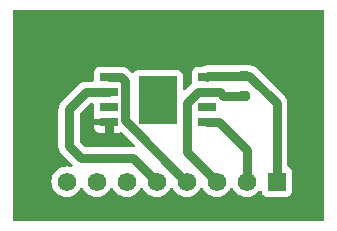
<source format=gbr>
%TF.GenerationSoftware,KiCad,Pcbnew,7.0.8*%
%TF.CreationDate,2024-10-01T11:28:58-04:00*%
%TF.ProjectId,SPIBreakout,53504942-7265-4616-9b6f-75742e6b6963,rev?*%
%TF.SameCoordinates,Original*%
%TF.FileFunction,Copper,L1,Top*%
%TF.FilePolarity,Positive*%
%FSLAX46Y46*%
G04 Gerber Fmt 4.6, Leading zero omitted, Abs format (unit mm)*
G04 Created by KiCad (PCBNEW 7.0.8) date 2024-10-01 11:28:58*
%MOMM*%
%LPD*%
G01*
G04 APERTURE LIST*
G04 Aperture macros list*
%AMRoundRect*
0 Rectangle with rounded corners*
0 $1 Rounding radius*
0 $2 $3 $4 $5 $6 $7 $8 $9 X,Y pos of 4 corners*
0 Add a 4 corners polygon primitive as box body*
4,1,4,$2,$3,$4,$5,$6,$7,$8,$9,$2,$3,0*
0 Add four circle primitives for the rounded corners*
1,1,$1+$1,$2,$3*
1,1,$1+$1,$4,$5*
1,1,$1+$1,$6,$7*
1,1,$1+$1,$8,$9*
0 Add four rect primitives between the rounded corners*
20,1,$1+$1,$2,$3,$4,$5,0*
20,1,$1+$1,$4,$5,$6,$7,0*
20,1,$1+$1,$6,$7,$8,$9,0*
20,1,$1+$1,$8,$9,$2,$3,0*%
G04 Aperture macros list end*
%TA.AperFunction,ComponentPad*%
%ADD10R,1.575000X1.575000*%
%TD*%
%TA.AperFunction,ComponentPad*%
%ADD11C,1.575000*%
%TD*%
%TA.AperFunction,SMDPad,CuDef*%
%ADD12R,3.250000X4.050000*%
%TD*%
%TA.AperFunction,SMDPad,CuDef*%
%ADD13R,1.500000X0.800000*%
%TD*%
%TA.AperFunction,SMDPad,CuDef*%
%ADD14RoundRect,0.200000X-0.275000X0.200000X-0.275000X-0.200000X0.275000X-0.200000X0.275000X0.200000X0*%
%TD*%
%TA.AperFunction,ViaPad*%
%ADD15C,0.800000*%
%TD*%
%TA.AperFunction,Conductor*%
%ADD16C,0.800000*%
%TD*%
G04 APERTURE END LIST*
D10*
%TO.P,J1,1,1*%
%TO.N,VCC*%
X128160000Y-67700000D03*
D11*
%TO.P,J1,2,2*%
%TO.N,DI{slash}MOSI*%
X125620000Y-67700000D03*
%TO.P,J1,3,3*%
%TO.N,Clk*%
X123080000Y-67700000D03*
%TO.P,J1,4,4*%
%TO.N,CS*%
X120540000Y-67700000D03*
%TO.P,J1,5,5*%
%TO.N,D0{slash}MISO*%
X118000000Y-67700000D03*
%TO.P,J1,6,6*%
%TO.N,unconnected-(J1-Pad6)*%
X115460000Y-67700000D03*
%TO.P,J1,7,7*%
%TO.N,unconnected-(J1-Pad7)*%
X112920000Y-67700000D03*
%TO.P,J1,8,8*%
%TO.N,unconnected-(J1-Pad8)*%
X110380000Y-67700000D03*
%TD*%
D12*
%TO.P,F1,9*%
%TO.N,N/C*%
X118090000Y-60775000D03*
D13*
%TO.P,F1,1,CS#*%
%TO.N,CS*%
X113940000Y-58870000D03*
%TO.P,F1,2,DO(IO1)*%
%TO.N,D0{slash}MISO*%
X113940000Y-60140000D03*
%TO.P,F1,3,WP#_(IO2)*%
%TO.N,unconnected-(F1-WP#_(IO2)-Pad3)*%
X113940000Y-61410000D03*
%TO.P,F1,4,GND*%
%TO.N,GND*%
X113940000Y-62680000D03*
%TO.P,F1,5,DI(IO0)*%
%TO.N,DI{slash}MOSI*%
X122240000Y-62680000D03*
%TO.P,F1,6,HOLD#(IO3)*%
%TO.N,unconnected-(F1-HOLD#(IO3)-Pad6)*%
X122240000Y-61410000D03*
%TO.P,F1,7,CLK*%
%TO.N,Clk*%
X122240000Y-60140000D03*
%TO.P,F1,8,VCC*%
%TO.N,VCC*%
X122240000Y-58870000D03*
%TD*%
D14*
%TO.P,10k,1*%
%TO.N,VCC*%
X125360000Y-58765000D03*
%TO.P,10k,2*%
%TO.N,Clk*%
X125360000Y-60415000D03*
%TD*%
D15*
%TO.N,GND*%
X118640000Y-62420000D03*
X117540000Y-62410000D03*
X116920000Y-61770000D03*
X118130000Y-61770000D03*
X119250000Y-61870000D03*
X119270000Y-60940000D03*
X118130000Y-60920000D03*
X116910000Y-60900000D03*
X116890000Y-60040000D03*
X118050000Y-60050000D03*
X119240000Y-60070000D03*
X119240000Y-59180000D03*
X118050000Y-59170000D03*
X116900000Y-59170000D03*
X108740000Y-64380000D03*
X114000000Y-64380000D03*
%TD*%
D16*
%TO.N,VCC*%
X125360000Y-58765000D02*
X125355000Y-58760000D01*
X122350000Y-58760000D02*
X122240000Y-58870000D01*
X125355000Y-58760000D02*
X122350000Y-58760000D01*
X128160000Y-67700000D02*
X128160000Y-61090000D01*
X128160000Y-61090000D02*
X125835000Y-58765000D01*
X125835000Y-58765000D02*
X125360000Y-58765000D01*
%TO.N,Clk*%
X122240000Y-60140000D02*
X123320000Y-60140000D01*
X123320000Y-60140000D02*
X123595000Y-60415000D01*
X123595000Y-60415000D02*
X125360000Y-60415000D01*
%TO.N,GND*%
X113940000Y-62680000D02*
X113940000Y-64320000D01*
X113940000Y-64320000D02*
X114000000Y-64380000D01*
%TO.N,D0{slash}MISO*%
X116010000Y-65710000D02*
X111570000Y-65710000D01*
X111570000Y-65710000D02*
X110580000Y-64720000D01*
X110580000Y-64720000D02*
X110580000Y-61590000D01*
X110580000Y-61590000D02*
X112030000Y-60140000D01*
X118000000Y-67700000D02*
X116010000Y-65710000D01*
X112030000Y-60140000D02*
X113940000Y-60140000D01*
%TO.N,DI{slash}MOSI*%
X125620000Y-67700000D02*
X125620000Y-64990000D01*
X125620000Y-64990000D02*
X123310000Y-62680000D01*
X123310000Y-62680000D02*
X122240000Y-62680000D01*
%TO.N,Clk*%
X123080000Y-67700000D02*
X120590000Y-65210000D01*
X120590000Y-65210000D02*
X120590000Y-61040000D01*
X121490000Y-60140000D02*
X122240000Y-60140000D01*
X120590000Y-61040000D02*
X121490000Y-60140000D01*
%TO.N,CS*%
X120540000Y-67700000D02*
X120516472Y-67700000D01*
X115290000Y-59190000D02*
X114970000Y-58870000D01*
X120516472Y-67700000D02*
X115290000Y-62473528D01*
X115290000Y-62473528D02*
X115290000Y-59190000D01*
X114970000Y-58870000D02*
X113940000Y-58870000D01*
%TD*%
%TA.AperFunction,Conductor*%
%TO.N,GND*%
G36*
X112632539Y-61060185D02*
G01*
X112678294Y-61112989D01*
X112689500Y-61164500D01*
X112689500Y-61857870D01*
X112689501Y-61857876D01*
X112695909Y-61917484D01*
X112727573Y-62002382D01*
X112732557Y-62072073D01*
X112727573Y-62089046D01*
X112696404Y-62172616D01*
X112696401Y-62172627D01*
X112690000Y-62232155D01*
X112690000Y-62430000D01*
X114066000Y-62430000D01*
X114133039Y-62449685D01*
X114178794Y-62502489D01*
X114190000Y-62554000D01*
X114190000Y-63580000D01*
X114737828Y-63580000D01*
X114737844Y-63579999D01*
X114797372Y-63573598D01*
X114797376Y-63573597D01*
X114932092Y-63523350D01*
X114937441Y-63520430D01*
X115005713Y-63505576D01*
X115071178Y-63529990D01*
X115084552Y-63541579D01*
X116140792Y-64597819D01*
X116174277Y-64659142D01*
X116169293Y-64728834D01*
X116127421Y-64784767D01*
X116061957Y-64809184D01*
X116053111Y-64809500D01*
X116035203Y-64809500D01*
X116031959Y-64809415D01*
X115962612Y-64805781D01*
X115962611Y-64805781D01*
X115948772Y-64807973D01*
X115929373Y-64809500D01*
X111994361Y-64809500D01*
X111927322Y-64789815D01*
X111906680Y-64773181D01*
X111516819Y-64383320D01*
X111483334Y-64321997D01*
X111480500Y-64295639D01*
X111480500Y-62930000D01*
X112690000Y-62930000D01*
X112690000Y-63127844D01*
X112696401Y-63187372D01*
X112696403Y-63187379D01*
X112746645Y-63322086D01*
X112746649Y-63322093D01*
X112832809Y-63437187D01*
X112832812Y-63437190D01*
X112947906Y-63523350D01*
X112947913Y-63523354D01*
X113082620Y-63573596D01*
X113082627Y-63573598D01*
X113142155Y-63579999D01*
X113142172Y-63580000D01*
X113690000Y-63580000D01*
X113690000Y-62930000D01*
X112690000Y-62930000D01*
X111480500Y-62930000D01*
X111480500Y-62014361D01*
X111500185Y-61947322D01*
X111516819Y-61926680D01*
X112366681Y-61076819D01*
X112428004Y-61043334D01*
X112454362Y-61040500D01*
X112565500Y-61040500D01*
X112632539Y-61060185D01*
G37*
%TD.AperFunction*%
%TA.AperFunction,Conductor*%
G36*
X132122539Y-53170185D02*
G01*
X132168294Y-53222989D01*
X132179500Y-53274500D01*
X132179500Y-70895500D01*
X132159815Y-70962539D01*
X132107011Y-71008294D01*
X132055500Y-71019500D01*
X105934500Y-71019500D01*
X105867461Y-70999815D01*
X105821706Y-70947011D01*
X105810500Y-70895500D01*
X105810500Y-67700002D01*
X109087080Y-67700002D01*
X109106721Y-67924507D01*
X109106722Y-67924514D01*
X109165051Y-68142200D01*
X109165055Y-68142211D01*
X109260296Y-68346456D01*
X109260298Y-68346460D01*
X109389566Y-68531073D01*
X109548927Y-68690434D01*
X109733540Y-68819702D01*
X109787891Y-68845046D01*
X109937788Y-68914944D01*
X109937790Y-68914944D01*
X109937795Y-68914947D01*
X110155487Y-68973278D01*
X110315853Y-68987308D01*
X110379998Y-68992920D01*
X110380000Y-68992920D01*
X110380002Y-68992920D01*
X110436260Y-68987998D01*
X110604513Y-68973278D01*
X110822205Y-68914947D01*
X111026460Y-68819702D01*
X111211073Y-68690434D01*
X111370434Y-68531073D01*
X111499702Y-68346460D01*
X111537618Y-68265147D01*
X111583790Y-68212708D01*
X111650983Y-68193556D01*
X111717864Y-68213771D01*
X111762381Y-68265147D01*
X111800298Y-68346460D01*
X111929566Y-68531073D01*
X112088927Y-68690434D01*
X112273540Y-68819702D01*
X112327891Y-68845046D01*
X112477788Y-68914944D01*
X112477790Y-68914944D01*
X112477795Y-68914947D01*
X112695487Y-68973278D01*
X112855853Y-68987308D01*
X112919998Y-68992920D01*
X112920000Y-68992920D01*
X112920002Y-68992920D01*
X112976260Y-68987998D01*
X113144513Y-68973278D01*
X113362205Y-68914947D01*
X113566460Y-68819702D01*
X113751073Y-68690434D01*
X113910434Y-68531073D01*
X114039702Y-68346460D01*
X114077618Y-68265147D01*
X114123790Y-68212708D01*
X114190983Y-68193556D01*
X114257864Y-68213771D01*
X114302381Y-68265147D01*
X114340298Y-68346460D01*
X114469566Y-68531073D01*
X114628927Y-68690434D01*
X114813540Y-68819702D01*
X114867891Y-68845046D01*
X115017788Y-68914944D01*
X115017790Y-68914944D01*
X115017795Y-68914947D01*
X115235487Y-68973278D01*
X115395853Y-68987308D01*
X115459998Y-68992920D01*
X115460000Y-68992920D01*
X115460002Y-68992920D01*
X115516260Y-68987998D01*
X115684513Y-68973278D01*
X115902205Y-68914947D01*
X116106460Y-68819702D01*
X116291073Y-68690434D01*
X116450434Y-68531073D01*
X116579702Y-68346460D01*
X116617618Y-68265147D01*
X116663790Y-68212708D01*
X116730983Y-68193556D01*
X116797864Y-68213771D01*
X116842381Y-68265147D01*
X116880298Y-68346460D01*
X117009566Y-68531073D01*
X117168927Y-68690434D01*
X117353540Y-68819702D01*
X117407891Y-68845046D01*
X117557788Y-68914944D01*
X117557790Y-68914944D01*
X117557795Y-68914947D01*
X117775487Y-68973278D01*
X117935853Y-68987308D01*
X117999998Y-68992920D01*
X118000000Y-68992920D01*
X118000002Y-68992920D01*
X118056260Y-68987998D01*
X118224513Y-68973278D01*
X118442205Y-68914947D01*
X118646460Y-68819702D01*
X118831073Y-68690434D01*
X118990434Y-68531073D01*
X119119702Y-68346460D01*
X119157618Y-68265147D01*
X119203790Y-68212708D01*
X119270983Y-68193556D01*
X119337864Y-68213771D01*
X119382381Y-68265147D01*
X119420298Y-68346460D01*
X119549566Y-68531073D01*
X119708927Y-68690434D01*
X119893540Y-68819702D01*
X119947891Y-68845046D01*
X120097788Y-68914944D01*
X120097790Y-68914944D01*
X120097795Y-68914947D01*
X120315487Y-68973278D01*
X120475853Y-68987308D01*
X120539998Y-68992920D01*
X120540000Y-68992920D01*
X120540002Y-68992920D01*
X120596260Y-68987998D01*
X120764513Y-68973278D01*
X120982205Y-68914947D01*
X121186460Y-68819702D01*
X121371073Y-68690434D01*
X121530434Y-68531073D01*
X121659702Y-68346460D01*
X121697618Y-68265147D01*
X121743790Y-68212708D01*
X121810983Y-68193556D01*
X121877864Y-68213771D01*
X121922381Y-68265147D01*
X121960298Y-68346460D01*
X122089566Y-68531073D01*
X122248927Y-68690434D01*
X122433540Y-68819702D01*
X122487891Y-68845046D01*
X122637788Y-68914944D01*
X122637790Y-68914944D01*
X122637795Y-68914947D01*
X122855487Y-68973278D01*
X123015853Y-68987308D01*
X123079998Y-68992920D01*
X123080000Y-68992920D01*
X123080002Y-68992920D01*
X123136260Y-68987998D01*
X123304513Y-68973278D01*
X123522205Y-68914947D01*
X123726460Y-68819702D01*
X123911073Y-68690434D01*
X124070434Y-68531073D01*
X124199702Y-68346460D01*
X124237618Y-68265147D01*
X124283790Y-68212708D01*
X124350983Y-68193556D01*
X124417864Y-68213771D01*
X124462381Y-68265147D01*
X124500298Y-68346460D01*
X124629566Y-68531073D01*
X124788927Y-68690434D01*
X124973540Y-68819702D01*
X125027891Y-68845046D01*
X125177788Y-68914944D01*
X125177790Y-68914944D01*
X125177795Y-68914947D01*
X125395487Y-68973278D01*
X125555853Y-68987308D01*
X125619998Y-68992920D01*
X125620000Y-68992920D01*
X125620002Y-68992920D01*
X125676260Y-68987998D01*
X125844513Y-68973278D01*
X126062205Y-68914947D01*
X126266460Y-68819702D01*
X126451073Y-68690434D01*
X126610434Y-68531073D01*
X126647245Y-68478501D01*
X126701820Y-68434878D01*
X126771318Y-68427684D01*
X126833673Y-68459207D01*
X126869087Y-68519436D01*
X126872108Y-68536372D01*
X126878408Y-68594983D01*
X126928702Y-68729828D01*
X126928706Y-68729835D01*
X127014952Y-68845044D01*
X127014955Y-68845047D01*
X127130164Y-68931293D01*
X127130171Y-68931297D01*
X127265017Y-68981591D01*
X127265016Y-68981591D01*
X127271944Y-68982335D01*
X127324627Y-68988000D01*
X128995372Y-68987999D01*
X129054983Y-68981591D01*
X129189831Y-68931296D01*
X129305046Y-68845046D01*
X129391296Y-68729831D01*
X129441591Y-68594983D01*
X129448000Y-68535373D01*
X129447999Y-66864628D01*
X129441591Y-66805017D01*
X129421871Y-66752146D01*
X129391297Y-66670171D01*
X129391293Y-66670164D01*
X129305047Y-66554955D01*
X129305044Y-66554952D01*
X129189834Y-66468705D01*
X129189832Y-66468704D01*
X129141165Y-66450552D01*
X129085232Y-66408680D01*
X129060816Y-66343216D01*
X129060500Y-66334371D01*
X129060500Y-61170627D01*
X129062027Y-61151226D01*
X129064219Y-61137389D01*
X129060584Y-61068041D01*
X129060500Y-61064798D01*
X129060500Y-61042813D01*
X129060500Y-61042808D01*
X129058200Y-61020931D01*
X129057947Y-61017719D01*
X129054313Y-60948355D01*
X129050685Y-60934814D01*
X129047139Y-60915688D01*
X129045674Y-60901744D01*
X129024213Y-60835697D01*
X129023297Y-60832604D01*
X129005320Y-60765513D01*
X128998953Y-60753018D01*
X128991511Y-60735051D01*
X128987179Y-60721716D01*
X128952458Y-60661577D01*
X128950912Y-60658729D01*
X128919386Y-60596855D01*
X128919383Y-60596850D01*
X128910560Y-60585955D01*
X128899539Y-60569919D01*
X128892534Y-60557786D01*
X128892533Y-60557784D01*
X128846075Y-60506187D01*
X128843967Y-60503719D01*
X128830125Y-60486626D01*
X128830116Y-60486616D01*
X128814567Y-60471067D01*
X128812332Y-60468712D01*
X128765875Y-60417116D01*
X128765869Y-60417110D01*
X128754529Y-60408871D01*
X128739736Y-60396236D01*
X126528764Y-58185265D01*
X126516126Y-58170468D01*
X126507887Y-58159128D01*
X126456277Y-58112657D01*
X126453922Y-58110423D01*
X126438382Y-58094882D01*
X126421295Y-58081043D01*
X126418831Y-58078939D01*
X126367220Y-58032470D01*
X126367213Y-58032465D01*
X126355070Y-58025454D01*
X126339043Y-58014438D01*
X126328153Y-58005620D01*
X126328151Y-58005619D01*
X126328149Y-58005617D01*
X126309259Y-57995992D01*
X126266266Y-57974085D01*
X126263414Y-57972537D01*
X126203282Y-57937820D01*
X126189949Y-57933488D01*
X126171978Y-57926043D01*
X126159498Y-57919684D01*
X126159486Y-57919679D01*
X126092409Y-57901705D01*
X126089309Y-57900787D01*
X126023256Y-57879326D01*
X126023251Y-57879325D01*
X126023249Y-57879325D01*
X126009314Y-57877860D01*
X125990189Y-57874315D01*
X125976653Y-57870688D01*
X125976643Y-57870686D01*
X125907290Y-57867051D01*
X125904059Y-57866797D01*
X125889537Y-57865271D01*
X125882192Y-57864500D01*
X125882189Y-57864500D01*
X125860203Y-57864500D01*
X125856959Y-57864415D01*
X125787612Y-57860781D01*
X125787611Y-57860781D01*
X125773772Y-57862973D01*
X125754373Y-57864500D01*
X125475619Y-57864500D01*
X125472374Y-57864415D01*
X125468421Y-57864207D01*
X125427288Y-57862051D01*
X125424057Y-57861797D01*
X125415402Y-57860888D01*
X125402192Y-57859500D01*
X125402186Y-57859500D01*
X125380203Y-57859500D01*
X125376959Y-57859415D01*
X125307612Y-57855781D01*
X125307611Y-57855781D01*
X125293772Y-57857973D01*
X125274373Y-57859500D01*
X122430627Y-57859500D01*
X122411228Y-57857973D01*
X122397389Y-57855781D01*
X122397388Y-57855781D01*
X122328046Y-57859415D01*
X122324803Y-57859500D01*
X122302808Y-57859500D01*
X122287403Y-57861118D01*
X122280933Y-57861798D01*
X122277702Y-57862052D01*
X122208356Y-57865687D01*
X122194809Y-57869317D01*
X122175686Y-57872860D01*
X122161745Y-57874325D01*
X122161743Y-57874325D01*
X122095702Y-57895784D01*
X122092590Y-57896705D01*
X122025517Y-57914677D01*
X122025503Y-57914683D01*
X122013022Y-57921043D01*
X121995049Y-57928488D01*
X121981717Y-57932819D01*
X121955209Y-57948124D01*
X121946959Y-57952887D01*
X121884960Y-57969500D01*
X121442129Y-57969500D01*
X121442123Y-57969501D01*
X121382516Y-57975908D01*
X121247671Y-58026202D01*
X121247664Y-58026206D01*
X121132455Y-58112452D01*
X121132452Y-58112455D01*
X121046206Y-58227664D01*
X121046202Y-58227671D01*
X120995908Y-58362517D01*
X120989501Y-58422116D01*
X120989500Y-58422135D01*
X120989501Y-59321193D01*
X120988450Y-59321193D01*
X120973379Y-59384951D01*
X120948600Y-59415735D01*
X120906173Y-59453935D01*
X120903710Y-59456039D01*
X120886627Y-59469875D01*
X120886610Y-59469890D01*
X120871065Y-59485435D01*
X120868713Y-59487666D01*
X120817114Y-59534126D01*
X120808869Y-59545474D01*
X120796236Y-59560263D01*
X120427180Y-59929320D01*
X120365857Y-59962805D01*
X120296166Y-59957821D01*
X120240232Y-59915950D01*
X120215815Y-59850485D01*
X120215499Y-59841639D01*
X120215499Y-58702129D01*
X120215498Y-58702123D01*
X120209091Y-58642516D01*
X120158797Y-58507671D01*
X120158793Y-58507664D01*
X120072547Y-58392455D01*
X120072544Y-58392452D01*
X119957335Y-58306206D01*
X119957328Y-58306202D01*
X119822482Y-58255908D01*
X119822483Y-58255908D01*
X119762883Y-58249501D01*
X119762881Y-58249500D01*
X119762873Y-58249500D01*
X119762864Y-58249500D01*
X116417129Y-58249500D01*
X116417123Y-58249501D01*
X116357516Y-58255908D01*
X116222671Y-58306202D01*
X116222664Y-58306206D01*
X116107455Y-58392452D01*
X116047010Y-58473195D01*
X115991075Y-58515066D01*
X115921384Y-58520049D01*
X115860063Y-58486564D01*
X115663764Y-58290265D01*
X115651126Y-58275468D01*
X115642887Y-58264128D01*
X115591277Y-58217657D01*
X115588922Y-58215423D01*
X115573382Y-58199882D01*
X115556295Y-58186043D01*
X115553831Y-58183939D01*
X115502220Y-58137470D01*
X115502213Y-58137465D01*
X115490070Y-58130454D01*
X115474043Y-58119438D01*
X115463153Y-58110620D01*
X115463151Y-58110619D01*
X115463149Y-58110617D01*
X115444259Y-58100992D01*
X115401266Y-58079085D01*
X115398414Y-58077537D01*
X115338282Y-58042820D01*
X115324949Y-58038488D01*
X115306978Y-58031043D01*
X115294498Y-58024684D01*
X115294486Y-58024679D01*
X115227409Y-58006705D01*
X115224309Y-58005787D01*
X115158256Y-57984326D01*
X115158251Y-57984325D01*
X115158249Y-57984325D01*
X115144314Y-57982860D01*
X115125189Y-57979315D01*
X115111653Y-57975688D01*
X115111643Y-57975686D01*
X115042290Y-57972051D01*
X115039059Y-57971797D01*
X115024537Y-57970271D01*
X115017192Y-57969500D01*
X115017189Y-57969500D01*
X114995203Y-57969500D01*
X114991959Y-57969415D01*
X114922612Y-57965781D01*
X114922611Y-57965781D01*
X114908772Y-57967973D01*
X114889373Y-57969500D01*
X113142129Y-57969500D01*
X113142123Y-57969501D01*
X113082516Y-57975908D01*
X112947671Y-58026202D01*
X112947664Y-58026206D01*
X112832455Y-58112452D01*
X112832452Y-58112455D01*
X112746206Y-58227664D01*
X112746202Y-58227671D01*
X112695908Y-58362517D01*
X112689501Y-58422116D01*
X112689500Y-58422135D01*
X112689501Y-59115500D01*
X112669817Y-59182539D01*
X112617013Y-59228294D01*
X112565501Y-59239500D01*
X112110627Y-59239500D01*
X112091228Y-59237973D01*
X112077388Y-59235781D01*
X112008041Y-59239415D01*
X112004798Y-59239500D01*
X111982808Y-59239500D01*
X111976559Y-59240156D01*
X111960941Y-59241797D01*
X111957710Y-59242051D01*
X111888358Y-59245686D01*
X111888353Y-59245687D01*
X111874803Y-59249317D01*
X111855691Y-59252859D01*
X111841749Y-59254325D01*
X111841737Y-59254327D01*
X111789469Y-59271310D01*
X111775687Y-59275788D01*
X111772607Y-59276701D01*
X111735695Y-59286591D01*
X111705514Y-59294679D01*
X111693020Y-59301045D01*
X111675053Y-59308487D01*
X111661714Y-59312821D01*
X111601591Y-59347533D01*
X111598740Y-59349081D01*
X111536850Y-59380617D01*
X111525951Y-59389442D01*
X111509931Y-59400452D01*
X111497787Y-59407464D01*
X111497783Y-59407467D01*
X111446190Y-59453921D01*
X111443726Y-59456026D01*
X111426620Y-59469879D01*
X111411056Y-59485443D01*
X111408719Y-59487660D01*
X111387206Y-59507030D01*
X111357113Y-59534127D01*
X111357105Y-59534136D01*
X111348872Y-59545468D01*
X111336238Y-59560260D01*
X110000263Y-60896236D01*
X109985474Y-60908869D01*
X109974126Y-60917114D01*
X109927666Y-60968713D01*
X109925435Y-60971065D01*
X109909890Y-60986610D01*
X109909875Y-60986627D01*
X109896039Y-61003710D01*
X109893936Y-61006172D01*
X109847469Y-61057781D01*
X109847466Y-61057785D01*
X109840458Y-61069923D01*
X109829444Y-61085948D01*
X109820626Y-61096837D01*
X109820616Y-61096853D01*
X109789082Y-61158740D01*
X109787533Y-61161592D01*
X109752821Y-61221713D01*
X109748487Y-61235053D01*
X109741045Y-61253018D01*
X109738264Y-61258478D01*
X109734680Y-61265512D01*
X109716706Y-61332584D01*
X109715785Y-61335692D01*
X109694326Y-61401742D01*
X109694325Y-61401745D01*
X109692860Y-61415686D01*
X109689315Y-61434812D01*
X109685686Y-61448352D01*
X109682051Y-61517710D01*
X109681797Y-61520941D01*
X109679500Y-61542810D01*
X109679500Y-61564797D01*
X109679415Y-61568042D01*
X109675781Y-61637387D01*
X109677973Y-61651225D01*
X109679500Y-61670626D01*
X109679500Y-64639373D01*
X109677973Y-64658772D01*
X109675781Y-64672611D01*
X109679415Y-64741956D01*
X109679500Y-64745201D01*
X109679500Y-64767189D01*
X109681797Y-64789059D01*
X109682051Y-64792290D01*
X109685686Y-64861643D01*
X109685688Y-64861653D01*
X109689315Y-64875189D01*
X109692860Y-64894314D01*
X109694325Y-64908249D01*
X109694326Y-64908256D01*
X109712698Y-64964802D01*
X109715784Y-64974298D01*
X109716705Y-64977409D01*
X109734679Y-65044486D01*
X109734684Y-65044498D01*
X109741043Y-65056978D01*
X109748488Y-65074949D01*
X109752820Y-65088282D01*
X109787537Y-65148414D01*
X109789085Y-65151266D01*
X109810992Y-65194259D01*
X109820617Y-65213149D01*
X109820619Y-65213151D01*
X109820620Y-65213153D01*
X109829438Y-65224043D01*
X109840454Y-65240070D01*
X109847465Y-65252213D01*
X109847470Y-65252220D01*
X109893939Y-65303831D01*
X109896043Y-65306295D01*
X109909882Y-65323382D01*
X109925423Y-65338922D01*
X109927657Y-65341277D01*
X109974128Y-65392887D01*
X109985468Y-65401126D01*
X110000265Y-65413764D01*
X110835590Y-66249089D01*
X110869075Y-66310412D01*
X110864091Y-66380104D01*
X110822219Y-66436037D01*
X110756755Y-66460454D01*
X110715816Y-66456545D01*
X110604518Y-66426723D01*
X110604514Y-66426722D01*
X110604513Y-66426722D01*
X110604512Y-66426721D01*
X110604507Y-66426721D01*
X110380002Y-66407080D01*
X110379998Y-66407080D01*
X110155492Y-66426721D01*
X110155485Y-66426722D01*
X109937799Y-66485051D01*
X109937788Y-66485055D01*
X109733543Y-66580296D01*
X109733533Y-66580302D01*
X109548926Y-66709566D01*
X109389566Y-66868926D01*
X109260302Y-67053533D01*
X109260296Y-67053543D01*
X109165055Y-67257788D01*
X109165051Y-67257799D01*
X109106722Y-67475485D01*
X109106721Y-67475492D01*
X109087080Y-67699997D01*
X109087080Y-67700002D01*
X105810500Y-67700002D01*
X105810500Y-53274500D01*
X105830185Y-53207461D01*
X105882989Y-53161706D01*
X105934500Y-53150500D01*
X132055500Y-53150500D01*
X132122539Y-53170185D01*
G37*
%TD.AperFunction*%
%TD*%
M02*

</source>
